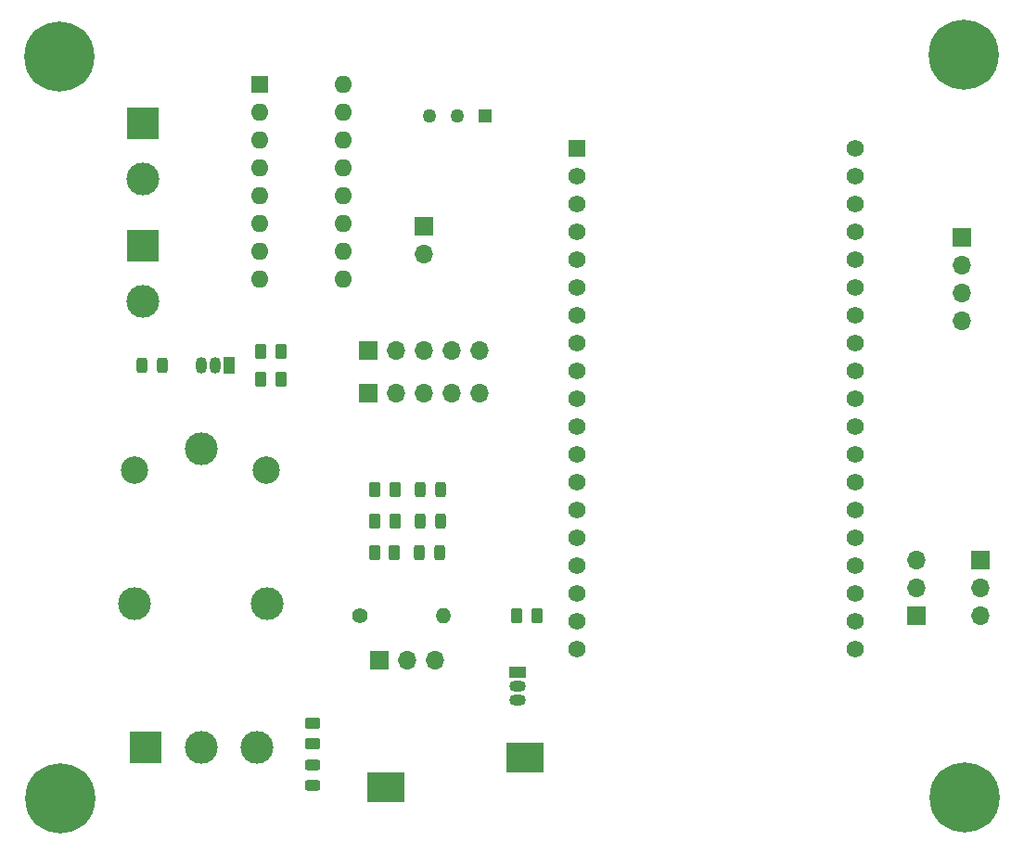
<source format=gbr>
%TF.GenerationSoftware,KiCad,Pcbnew,(6.0.4)*%
%TF.CreationDate,2023-05-30T10:31:34-05:00*%
%TF.ProjectId,Modulo de Practicas uPy,4d6f6475-6c6f-4206-9465-205072616374,rev?*%
%TF.SameCoordinates,Original*%
%TF.FileFunction,Soldermask,Top*%
%TF.FilePolarity,Negative*%
%FSLAX46Y46*%
G04 Gerber Fmt 4.6, Leading zero omitted, Abs format (unit mm)*
G04 Created by KiCad (PCBNEW (6.0.4)) date 2023-05-30 10:31:34*
%MOMM*%
%LPD*%
G01*
G04 APERTURE LIST*
G04 Aperture macros list*
%AMRoundRect*
0 Rectangle with rounded corners*
0 $1 Rounding radius*
0 $2 $3 $4 $5 $6 $7 $8 $9 X,Y pos of 4 corners*
0 Add a 4 corners polygon primitive as box body*
4,1,4,$2,$3,$4,$5,$6,$7,$8,$9,$2,$3,0*
0 Add four circle primitives for the rounded corners*
1,1,$1+$1,$2,$3*
1,1,$1+$1,$4,$5*
1,1,$1+$1,$6,$7*
1,1,$1+$1,$8,$9*
0 Add four rect primitives between the rounded corners*
20,1,$1+$1,$2,$3,$4,$5,0*
20,1,$1+$1,$4,$5,$6,$7,0*
20,1,$1+$1,$6,$7,$8,$9,0*
20,1,$1+$1,$8,$9,$2,$3,0*%
G04 Aperture macros list end*
%ADD10R,1.700000X1.700000*%
%ADD11O,1.700000X1.700000*%
%ADD12R,3.000000X3.000000*%
%ADD13C,3.000000*%
%ADD14R,1.500000X1.050000*%
%ADD15O,1.500000X1.050000*%
%ADD16C,1.400000*%
%ADD17O,1.400000X1.400000*%
%ADD18R,1.600000X1.600000*%
%ADD19O,1.600000X1.600000*%
%ADD20RoundRect,0.250000X0.262500X0.450000X-0.262500X0.450000X-0.262500X-0.450000X0.262500X-0.450000X0*%
%ADD21RoundRect,0.243750X-0.243750X-0.456250X0.243750X-0.456250X0.243750X0.456250X-0.243750X0.456250X0*%
%ADD22R,1.050000X1.500000*%
%ADD23O,1.050000X1.500000*%
%ADD24C,0.800000*%
%ADD25C,6.400000*%
%ADD26R,1.560000X1.560000*%
%ADD27C,1.560000*%
%ADD28RoundRect,0.250000X-0.262500X-0.450000X0.262500X-0.450000X0.262500X0.450000X-0.262500X0.450000X0*%
%ADD29R,3.500000X2.700000*%
%ADD30RoundRect,0.243750X-0.456250X0.243750X-0.456250X-0.243750X0.456250X-0.243750X0.456250X0.243750X0*%
%ADD31C,2.500000*%
%ADD32R,1.268000X1.268000*%
%ADD33C,1.268000*%
%ADD34RoundRect,0.250000X0.450000X-0.262500X0.450000X0.262500X-0.450000X0.262500X-0.450000X-0.262500X0*%
G04 APERTURE END LIST*
D10*
%TO.C,J8*%
X124460000Y-58420000D03*
D11*
X124460000Y-60960000D03*
%TD*%
D12*
%TO.C,J2*%
X98806000Y-49022000D03*
D13*
X98806000Y-54102000D03*
%TD*%
D14*
%TO.C,Q1*%
X132990000Y-99212400D03*
D15*
X132990000Y-100482400D03*
X132990000Y-101752400D03*
%TD*%
D10*
%TO.C,U2*%
X120411000Y-98044000D03*
D11*
X122951000Y-98044000D03*
X125491000Y-98044000D03*
%TD*%
D10*
%TO.C,IO18*%
X169418000Y-93990400D03*
D11*
X169418000Y-91450400D03*
X169418000Y-88910400D03*
%TD*%
D16*
%TO.C,R2*%
X118618000Y-93980000D03*
D17*
X126238000Y-93980000D03*
%TD*%
D18*
%TO.C,U3*%
X109484000Y-45481000D03*
D19*
X109484000Y-48021000D03*
X109484000Y-50561000D03*
X109484000Y-53101000D03*
X109484000Y-55641000D03*
X109484000Y-58181000D03*
X109484000Y-60721000D03*
X109484000Y-63261000D03*
X117104000Y-63261000D03*
X117104000Y-60721000D03*
X117104000Y-58181000D03*
X117104000Y-55641000D03*
X117104000Y-53101000D03*
X117104000Y-50561000D03*
X117104000Y-48021000D03*
X117104000Y-45481000D03*
%TD*%
D20*
%TO.C,R6*%
X121827400Y-85394800D03*
X120002400Y-85394800D03*
%TD*%
D21*
%TO.C,D6*%
X124068100Y-88265000D03*
X125943100Y-88265000D03*
%TD*%
D22*
%TO.C,Q2*%
X106680000Y-71120000D03*
D23*
X105410000Y-71120000D03*
X104140000Y-71120000D03*
%TD*%
D24*
%TO.C,REF\u002A\u002A*%
X89514344Y-41228944D03*
X89514344Y-44623056D03*
X93611400Y-42926000D03*
X92908456Y-41228944D03*
X91211400Y-45326000D03*
X91211400Y-40526000D03*
X92908456Y-44623056D03*
D25*
X91211400Y-42926000D03*
D24*
X88811400Y-42926000D03*
%TD*%
D26*
%TO.C,U1*%
X138430000Y-51360000D03*
D27*
X138430000Y-53900000D03*
X138430000Y-56440000D03*
X138430000Y-58980000D03*
X138430000Y-61520000D03*
X138430000Y-64060000D03*
X138430000Y-66600000D03*
X138430000Y-69140000D03*
X138430000Y-71680000D03*
X138430000Y-74220000D03*
X138430000Y-76760000D03*
X138430000Y-79300000D03*
X138430000Y-81840000D03*
X138430000Y-84380000D03*
X138430000Y-86920000D03*
X138430000Y-89460000D03*
X138430000Y-92000000D03*
X138430000Y-94540000D03*
X138430000Y-97080000D03*
X163830000Y-51360000D03*
X163830000Y-53900000D03*
X163830000Y-56440000D03*
X163830000Y-58980000D03*
X163830000Y-61520000D03*
X163830000Y-64060000D03*
X163830000Y-66600000D03*
X163830000Y-69140000D03*
X163830000Y-71680000D03*
X163830000Y-74220000D03*
X163830000Y-76760000D03*
X163830000Y-79300000D03*
X163830000Y-81840000D03*
X163830000Y-84380000D03*
X163830000Y-86920000D03*
X163830000Y-89460000D03*
X163830000Y-92000000D03*
X163830000Y-94540000D03*
X163830000Y-97080000D03*
%TD*%
D21*
%TO.C,D2*%
X98757500Y-71120000D03*
X100632500Y-71120000D03*
%TD*%
D28*
%TO.C,R4*%
X109577500Y-72390000D03*
X111402500Y-72390000D03*
%TD*%
D10*
%TO.C,J7*%
X173609000Y-59436000D03*
D11*
X173609000Y-61976000D03*
X173609000Y-64516000D03*
X173609000Y-67056000D03*
%TD*%
D29*
%TO.C,D1*%
X121031000Y-109655600D03*
X133731000Y-106955600D03*
%TD*%
D20*
%TO.C,R8*%
X121791100Y-88265000D03*
X119966100Y-88265000D03*
%TD*%
%TO.C,R7*%
X121827400Y-82524600D03*
X120002400Y-82524600D03*
%TD*%
D12*
%TO.C,J3*%
X98806000Y-60198000D03*
D13*
X98806000Y-65278000D03*
%TD*%
D24*
%TO.C,REF\u002A\u002A*%
X89590544Y-112415656D03*
X93687600Y-110718600D03*
X89590544Y-109021544D03*
X92984656Y-109021544D03*
X92984656Y-112415656D03*
X88887600Y-110718600D03*
X91287600Y-113118600D03*
X91287600Y-108318600D03*
D25*
X91287600Y-110718600D03*
%TD*%
D21*
%TO.C,D4*%
X124104400Y-85394800D03*
X125979400Y-85394800D03*
%TD*%
D24*
%TO.C,REF\u002A\u002A*%
X176186800Y-42799000D03*
X172089744Y-41101944D03*
D25*
X173786800Y-42799000D03*
D24*
X175483856Y-44496056D03*
X173786800Y-40399000D03*
X175483856Y-41101944D03*
X171386800Y-42799000D03*
X173786800Y-45199000D03*
X172089744Y-44496056D03*
%TD*%
D30*
%TO.C,D3*%
X114300000Y-107647500D03*
X114300000Y-109522500D03*
%TD*%
D21*
%TO.C,D5*%
X124104400Y-82524600D03*
X125979400Y-82524600D03*
%TD*%
D13*
%TO.C,K1*%
X104140000Y-78740000D03*
D31*
X98090000Y-80690000D03*
D13*
X98090000Y-92890000D03*
X110140000Y-92940000D03*
D31*
X110090000Y-80690000D03*
%TD*%
D24*
%TO.C,REF\u002A\u002A*%
X173863000Y-108191600D03*
X176263000Y-110591600D03*
X175560056Y-112288656D03*
X172165944Y-112288656D03*
D25*
X173863000Y-110591600D03*
D24*
X173863000Y-112991600D03*
X175560056Y-108894544D03*
X171463000Y-110591600D03*
X172165944Y-108894544D03*
%TD*%
D32*
%TO.C,RV1*%
X130048200Y-48422800D03*
D33*
X127508200Y-48422800D03*
X124968200Y-48422800D03*
%TD*%
D28*
%TO.C,R5*%
X109577500Y-69850000D03*
X111402500Y-69850000D03*
%TD*%
D10*
%TO.C,J5*%
X119380000Y-69825000D03*
D11*
X121920000Y-69825000D03*
X124460000Y-69825000D03*
X127000000Y-69825000D03*
X129540000Y-69825000D03*
%TD*%
D12*
%TO.C,J1*%
X99060000Y-106045000D03*
D13*
X104140000Y-106045000D03*
X109220000Y-106045000D03*
%TD*%
D34*
%TO.C,R3*%
X114300000Y-105687500D03*
X114300000Y-103862500D03*
%TD*%
D10*
%TO.C,J6*%
X175310800Y-88900000D03*
D11*
X175310800Y-91440000D03*
X175310800Y-93980000D03*
%TD*%
D10*
%TO.C,J4*%
X119380000Y-73660000D03*
D11*
X121920000Y-73660000D03*
X124460000Y-73660000D03*
X127000000Y-73660000D03*
X129540000Y-73660000D03*
%TD*%
D28*
%TO.C,R1*%
X132970900Y-94005400D03*
X134795900Y-94005400D03*
%TD*%
M02*

</source>
